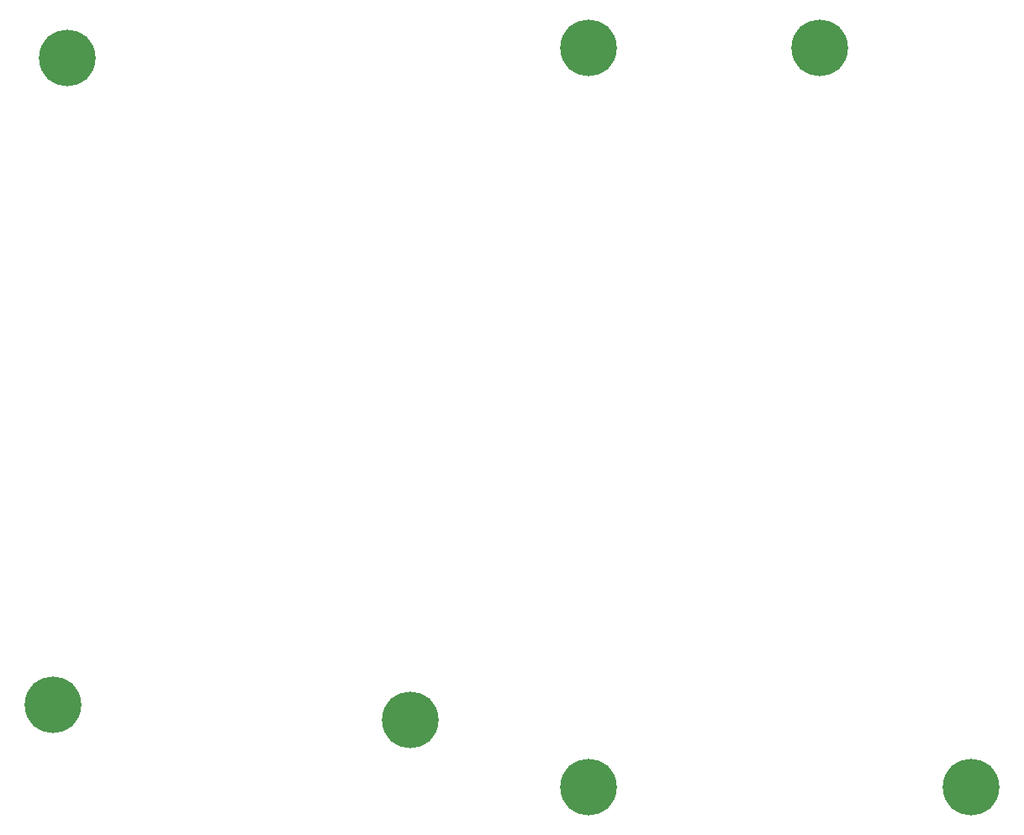
<source format=gts>
%TF.GenerationSoftware,KiCad,Pcbnew,(5.99.0-12766-g4a3658027e)*%
%TF.CreationDate,2021-10-30T19:20:01+09:00*%
%TF.ProjectId,top,746f702e-6b69-4636-9164-5f7063625858,rev?*%
%TF.SameCoordinates,Original*%
%TF.FileFunction,Soldermask,Top*%
%TF.FilePolarity,Negative*%
%FSLAX46Y46*%
G04 Gerber Fmt 4.6, Leading zero omitted, Abs format (unit mm)*
G04 Created by KiCad (PCBNEW (5.99.0-12766-g4a3658027e)) date 2021-10-30 19:20:01*
%MOMM*%
%LPD*%
G01*
G04 APERTURE LIST*
%ADD10C,5.700000*%
G04 APERTURE END LIST*
D10*
%TO.C,REF\u002A\u002A*%
X215500000Y-186750000D03*
%TD*%
%TO.C,REF\u002A\u002A*%
X256750000Y-119000000D03*
%TD*%
%TO.C,REF\u002A\u002A*%
X233500000Y-119000000D03*
%TD*%
%TO.C,REF\u002A\u002A*%
X181000000Y-120000000D03*
%TD*%
%TO.C,REF\u002A\u002A*%
X233500000Y-193500000D03*
%TD*%
%TO.C,REF\u002A\u002A*%
X179500000Y-185250000D03*
%TD*%
%TO.C,REF\u002A\u002A*%
X272000000Y-193500000D03*
%TD*%
M02*

</source>
